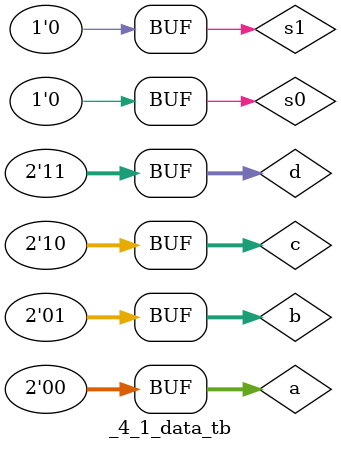
<source format=v>
module _4_1_data(input [1:0]a,b,c,d,input s1,s0,output [1:0]y);
  assign y=s1?(s0?d:c):(s0?b:a);
endmodule 

//test bench file 
module _4_1_data_tb;
  reg [1:0]a,b,c,d;
  reg s0,s1;
  wire y;
  _4_1_data uut(a,b,c,d,s1,s0,y);
  initial 
    begin 
      $monitor("time=%0t s0=%b s1=%b y=%b",$time,s0,s1,y);
      a=2'b00;b=2'b01;c=2'b10;d=2'b11;
      #3 s1=1;s0=1;
       #3 s1=0;s0=1;
       #3 s1=0;s0=0;
    end
endmodule 

</source>
